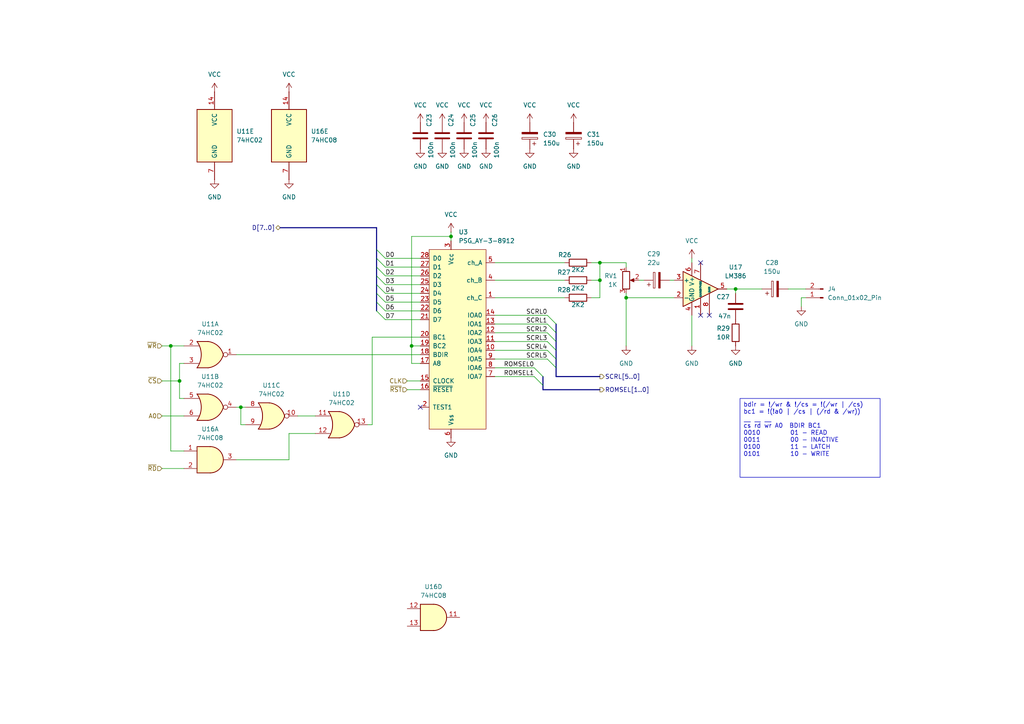
<source format=kicad_sch>
(kicad_sch (version 20231120) (generator "eeschema") (generator_version "8.0")
  (paper "A4")
  (lib_symbols
    (symbol "74xx:74HC02" (pin_names (offset 1.016))
      (property "Reference" "U" (at 0 1.27 0))
      (property "Value" "74HC02" (at 0 -1.27 0))
      (symbol "74HC02_1_1"
        (arc (start -3.81 -3.81) (mid -2.589 0) (end -3.81 3.81) (stroke (width 0.254)))
        (arc (start -0.6096 -3.81) (mid 2.1842 -2.5851) (end 3.81 0) (stroke (width 0.254)) (fill (type background)))
        (polyline (pts (xy -3.81 -3.81) (xy -0.635 -3.81)) (stroke (width 0.254)) (fill (type background)))
        (polyline (pts (xy -3.81 3.81) (xy -0.635 3.81)) (stroke (width 0.254)) (fill (type background)))
        (polyline (pts (xy -0.635 3.81) (xy -3.81 3.81) (xy -3.81 3.81) (xy -3.556 3.4036) (xy -3.0226 2.2606) (xy -2.6924 1.0414) (xy -2.6162 -0.254) (xy -2.7686 -1.4986) (xy -3.175 -2.7178) (xy -3.81 -3.81) (xy -3.81 -3.81) (xy -0.635 -3.81)) (stroke (width -25.4)) (fill (type background)))
        (arc (start 3.81 0) (mid 2.1915 2.5936) (end -0.6096 3.81) (stroke (width 0.254)) (fill (type background)))
        (pin output inverted (at 7.62 0 180) (length 3.81) (name "~") (number "1"))
        (pin input line (at -7.62 2.54 0) (length 4.318) (name "~") (number "2"))
        (pin input line (at -7.62 -2.54 0) (length 4.318) (name "~") (number "3"))
      )
      (symbol "74HC02_1_2"
        (arc (start 0 -3.81) (mid 3.7934 0) (end 0 3.81) (stroke (width 0.254)) (fill (type background)))
        (polyline (pts (xy 0 3.81) (xy -3.81 3.81) (xy -3.81 -3.81) (xy 0 -3.81)) (stroke (width 0.254)) (fill (type background)))
        (pin output line (at 7.62 0 180) (length 3.81) (name "~") (number "1"))
        (pin input inverted (at -7.62 2.54 0) (length 3.81) (name "~") (number "2"))
        (pin input inverted (at -7.62 -2.54 0) (length 3.81) (name "~") (number "3"))
      )
      (symbol "74HC02_2_1"
        (arc (start -3.81 -3.81) (mid -2.589 0) (end -3.81 3.81) (stroke (width 0.254)))
        (arc (start -0.6096 -3.81) (mid 2.1842 -2.5851) (end 3.81 0) (stroke (width 0.254)) (fill (type background)))
        (polyline (pts (xy -3.81 -3.81) (xy -0.635 -3.81)) (stroke (width 0.254)) (fill (type background)))
        (polyline (pts (xy -3.81 3.81) (xy -0.635 3.81)) (stroke (width 0.254)) (fill (type background)))
        (polyline (pts (xy -0.635 3.81) (xy -3.81 3.81) (xy -3.81 3.81) (xy -3.556 3.4036) (xy -3.0226 2.2606) (xy -2.6924 1.0414) (xy -2.6162 -0.254) (xy -2.7686 -1.4986) (xy -3.175 -2.7178) (xy -3.81 -3.81) (xy -3.81 -3.81) (xy -0.635 -3.81)) (stroke (width -25.4)) (fill (type background)))
        (arc (start 3.81 0) (mid 2.1915 2.5936) (end -0.6096 3.81) (stroke (width 0.254)) (fill (type background)))
        (pin output inverted (at 7.62 0 180) (length 3.81) (name "~") (number "4"))
        (pin input line (at -7.62 2.54 0) (length 4.318) (name "~") (number "5"))
        (pin input line (at -7.62 -2.54 0) (length 4.318) (name "~") (number "6"))
      )
      (symbol "74HC02_2_2"
        (arc (start 0 -3.81) (mid 3.7934 0) (end 0 3.81) (stroke (width 0.254)) (fill (type background)))
        (polyline (pts (xy 0 3.81) (xy -3.81 3.81) (xy -3.81 -3.81) (xy 0 -3.81)) (stroke (width 0.254)) (fill (type background)))
        (pin output line (at 7.62 0 180) (length 3.81) (name "~") (number "4"))
        (pin input inverted (at -7.62 2.54 0) (length 3.81) (name "~") (number "5"))
        (pin input inverted (at -7.62 -2.54 0) (length 3.81) (name "~") (number "6"))
      )
      (symbol "74HC02_3_1"
        (arc (start -3.81 -3.81) (mid -2.589 0) (end -3.81 3.81) (stroke (width 0.254)))
        (arc (start -0.6096 -3.81) (mid 2.1842 -2.5851) (end 3.81 0) (stroke (width 0.254)) (fill (type background)))
        (polyline (pts (xy -3.81 -3.81) (xy -0.635 -3.81)) (stroke (width 0.254)) (fill (type background)))
        (polyline (pts (xy -3.81 3.81) (xy -0.635 3.81)) (stroke (width 0.254)) (fill (type background)))
        (polyline (pts (xy -0.635 3.81) (xy -3.81 3.81) (xy -3.81 3.81) (xy -3.556 3.4036) (xy -3.0226 2.2606) (xy -2.6924 1.0414) (xy -2.6162 -0.254) (xy -2.7686 -1.4986) (xy -3.175 -2.7178) (xy -3.81 -3.81) (xy -3.81 -3.81) (xy -0.635 -3.81)) (stroke (width -25.4)) (fill (type background)))
        (arc (start 3.81 0) (mid 2.1915 2.5936) (end -0.6096 3.81) (stroke (width 0.254)) (fill (type background)))
        (pin output inverted (at 7.62 0 180) (length 3.81) (name "~") (number "10"))
        (pin input line (at -7.62 2.54 0) (length 4.318) (name "~") (number "8"))
        (pin input line (at -7.62 -2.54 0) (length 4.318) (name "~") (number "9"))
      )
      (symbol "74HC02_3_2"
        (arc (start 0 -3.81) (mid 3.7934 0) (end 0 3.81) (stroke (width 0.254)) (fill (type background)))
        (polyline (pts (xy 0 3.81) (xy -3.81 3.81) (xy -3.81 -3.81) (xy 0 -3.81)) (stroke (width 0.254)) (fill (type background)))
        (pin output line (at 7.62 0 180) (length 3.81) (name "~") (number "10"))
        (pin input inverted (at -7.62 2.54 0) (length 3.81) (name "~") (number "8"))
        (pin input inverted (at -7.62 -2.54 0) (length 3.81) (name "~") (number "9"))
      )
      (symbol "74HC02_4_1"
        (arc (start -3.81 -3.81) (mid -2.589 0) (end -3.81 3.81) (stroke (width 0.254)))
        (arc (start -0.6096 -3.81) (mid 2.1842 -2.5851) (end 3.81 0) (stroke (width 0.254)) (fill (type background)))
        (polyline (pts (xy -3.81 -3.81) (xy -0.635 -3.81)) (stroke (width 0.254)) (fill (type background)))
        (polyline (pts (xy -3.81 3.81) (xy -0.635 3.81)) (stroke (width 0.254)) (fill (type background)))
        (polyline (pts (xy -0.635 3.81) (xy -3.81 3.81) (xy -3.81 3.81) (xy -3.556 3.4036) (xy -3.0226 2.2606) (xy -2.6924 1.0414) (xy -2.6162 -0.254) (xy -2.7686 -1.4986) (xy -3.175 -2.7178) (xy -3.81 -3.81) (xy -3.81 -3.81) (xy -0.635 -3.81)) (stroke (width -25.4)) (fill (type background)))
        (arc (start 3.81 0) (mid 2.1915 2.5936) (end -0.6096 3.81) (stroke (width 0.254)) (fill (type background)))
        (pin input line (at -7.62 2.54 0) (length 4.318) (name "~") (number "11"))
        (pin input line (at -7.62 -2.54 0) (length 4.318) (name "~") (number "12"))
        (pin output inverted (at 7.62 0 180) (length 3.81) (name "~") (number "13"))
      )
      (symbol "74HC02_4_2"
        (arc (start 0 -3.81) (mid 3.7934 0) (end 0 3.81) (stroke (width 0.254)) (fill (type background)))
        (polyline (pts (xy 0 3.81) (xy -3.81 3.81) (xy -3.81 -3.81) (xy 0 -3.81)) (stroke (width 0.254)) (fill (type background)))
        (pin input inverted (at -7.62 2.54 0) (length 3.81) (name "~") (number "11"))
        (pin input inverted (at -7.62 -2.54 0) (length 3.81) (name "~") (number "12"))
        (pin output line (at 7.62 0 180) (length 3.81) (name "~") (number "13"))
      )
      (symbol "74HC02_5_0"
        (pin power_in line (at 0 12.7 270) (length 5.08) (name "VCC") (number "14"))
        (pin power_in line (at 0 -12.7 90) (length 5.08) (name "GND") (number "7"))
      )
      (symbol "74HC02_5_1"
        (rectangle (start -5.08 7.62) (end 5.08 -7.62) (stroke (width 0.254)) (fill (type background)))
      )
    )
    (symbol "74xx:74LS08" (pin_names (offset 1.016))
      (property "Reference" "U" (at 0 1.27 0))
      (property "Value" "74LS08" (at 0 -1.27 0))
      (symbol "74LS08_1_1"
        (arc (start 0 -3.81) (mid 3.7934 0) (end 0 3.81) (stroke (width 0.254)) (fill (type background)))
        (polyline (pts (xy 0 3.81) (xy -3.81 3.81) (xy -3.81 -3.81) (xy 0 -3.81)) (stroke (width 0.254)) (fill (type background)))
        (pin input line (at -7.62 2.54 0) (length 3.81) (name "~") (number "1"))
        (pin input line (at -7.62 -2.54 0) (length 3.81) (name "~") (number "2"))
        (pin output line (at 7.62 0 180) (length 3.81) (name "~") (number "3"))
      )
      (symbol "74LS08_1_2"
        (arc (start -3.81 -3.81) (mid -2.589 0) (end -3.81 3.81) (stroke (width 0.254)))
        (arc (start -0.6096 -3.81) (mid 2.1842 -2.5851) (end 3.81 0) (stroke (width 0.254)) (fill (type background)))
        (polyline (pts (xy -3.81 -3.81) (xy -0.635 -3.81)) (stroke (width 0.254)) (fill (type background)))
        (polyline (pts (xy -3.81 3.81) (xy -0.635 3.81)) (stroke (width 0.254)) (fill (type background)))
        (polyline (pts (xy -0.635 3.81) (xy -3.81 3.81) (xy -3.81 3.81) (xy -3.556 3.4036) (xy -3.0226 2.2606) (xy -2.6924 1.0414) (xy -2.6162 -0.254) (xy -2.7686 -1.4986) (xy -3.175 -2.7178) (xy -3.81 -3.81) (xy -3.81 -3.81) (xy -0.635 -3.81)) (stroke (width -25.4)) (fill (type background)))
        (arc (start 3.81 0) (mid 2.1915 2.5936) (end -0.6096 3.81) (stroke (width 0.254)) (fill (type background)))
        (pin input inverted (at -7.62 2.54 0) (length 4.318) (name "~") (number "1"))
        (pin input inverted (at -7.62 -2.54 0) (length 4.318) (name "~") (number "2"))
        (pin output inverted (at 7.62 0 180) (length 3.81) (name "~") (number "3"))
      )
      (symbol "74LS08_2_1"
        (arc (start 0 -3.81) (mid 3.7934 0) (end 0 3.81) (stroke (width 0.254)) (fill (type background)))
        (polyline (pts (xy 0 3.81) (xy -3.81 3.81) (xy -3.81 -3.81) (xy 0 -3.81)) (stroke (width 0.254)) (fill (type background)))
        (pin input line (at -7.62 2.54 0) (length 3.81) (name "~") (number "4"))
        (pin input line (at -7.62 -2.54 0) (length 3.81) (name "~") (number "5"))
        (pin output line (at 7.62 0 180) (length 3.81) (name "~") (number "6"))
      )
      (symbol "74LS08_2_2"
        (arc (start -3.81 -3.81) (mid -2.589 0) (end -3.81 3.81) (stroke (width 0.254)))
        (arc (start -0.6096 -3.81) (mid 2.1842 -2.5851) (end 3.81 0) (stroke (width 0.254)) (fill (type background)))
        (polyline (pts (xy -3.81 -3.81) (xy -0.635 -3.81)) (stroke (width 0.254)) (fill (type background)))
        (polyline (pts (xy -3.81 3.81) (xy -0.635 3.81)) (stroke (width 0.254)) (fill (type background)))
        (polyline (pts (xy -0.635 3.81) (xy -3.81 3.81) (xy -3.81 3.81) (xy -3.556 3.4036) (xy -3.0226 2.2606) (xy -2.6924 1.0414) (xy -2.6162 -0.254) (xy -2.7686 -1.4986) (xy -3.175 -2.7178) (xy -3.81 -3.81) (xy -3.81 -3.81) (xy -0.635 -3.81)) (stroke (width -25.4)) (fill (type background)))
        (arc (start 3.81 0) (mid 2.1915 2.5936) (end -0.6096 3.81) (stroke (width 0.254)) (fill (type background)))
        (pin input inverted (at -7.62 2.54 0) (length 4.318) (name "~") (number "4"))
        (pin input inverted (at -7.62 -2.54 0) (length 4.318) (name "~") (number "5"))
        (pin output inverted (at 7.62 0 180) (length 3.81) (name "~") (number "6"))
      )
      (symbol "74LS08_3_1"
        (arc (start 0 -3.81) (mid 3.7934 0) (end 0 3.81) (stroke (width 0.254)) (fill (type background)))
        (polyline (pts (xy 0 3.81) (xy -3.81 3.81) (xy -3.81 -3.81) (xy 0 -3.81)) (stroke (width 0.254)) (fill (type background)))
        (pin input line (at -7.62 -2.54 0) (length 3.81) (name "~") (number "10"))
        (pin output line (at 7.62 0 180) (length 3.81) (name "~") (number "8"))
        (pin input line (at -7.62 2.54 0) (length 3.81) (name "~") (number "9"))
      )
      (symbol "74LS08_3_2"
        (arc (start -3.81 -3.81) (mid -2.589 0) (end -3.81 3.81) (stroke (width 0.254)))
        (arc (start -0.6096 -3.81) (mid 2.1842 -2.5851) (end 3.81 0) (stroke (width 0.254)) (fill (type background)))
        (polyline (pts (xy -3.81 -3.81) (xy -0.635 -3.81)) (stroke (width 0.254)) (fill (type background)))
        (polyline (pts (xy -3.81 3.81) (xy -0.635 3.81)) (stroke (width 0.254)) (fill (type background)))
        (polyline (pts (xy -0.635 3.81) (xy -3.81 3.81) (xy -3.81 3.81) (xy -3.556 3.4036) (xy -3.0226 2.2606) (xy -2.6924 1.0414) (xy -2.6162 -0.254) (xy -2.7686 -1.4986) (xy -3.175 -2.7178) (xy -3.81 -3.81) (xy -3.81 -3.81) (xy -0.635 -3.81)) (stroke (width -25.4)) (fill (type background)))
        (arc (start 3.81 0) (mid 2.1915 2.5936) (end -0.6096 3.81) (stroke (width 0.254)) (fill (type background)))
        (pin input inverted (at -7.62 -2.54 0) (length 4.318) (name "~") (number "10"))
        (pin output inverted (at 7.62 0 180) (length 3.81) (name "~") (number "8"))
        (pin input inverted (at -7.62 2.54 0) (length 4.318) (name "~") (number "9"))
      )
      (symbol "74LS08_4_1"
        (arc (start 0 -3.81) (mid 3.7934 0) (end 0 3.81) (stroke (width 0.254)) (fill (type background)))
        (polyline (pts (xy 0 3.81) (xy -3.81 3.81) (xy -3.81 -3.81) (xy 0 -3.81)) (stroke (width 0.254)) (fill (type background)))
        (pin output line (at 7.62 0 180) (length 3.81) (name "~") (number "11"))
        (pin input line (at -7.62 2.54 0) (length 3.81) (name "~") (number "12"))
        (pin input line (at -7.62 -2.54 0) (length 3.81) (name "~") (number "13"))
      )
      (symbol "74LS08_4_2"
        (arc (start -3.81 -3.81) (mid -2.589 0) (end -3.81 3.81) (stroke (width 0.254)))
        (arc (start -0.6096 -3.81) (mid 2.1842 -2.5851) (end 3.81 0) (stroke (width 0.254)) (fill (type background)))
        (polyline (pts (xy -3.81 -3.81) (xy -0.635 -3.81)) (stroke (width 0.254)) (fill (type background)))
        (polyline (pts (xy -3.81 3.81) (xy -0.635 3.81)) (stroke (width 0.254)) (fill (type background)))
        (polyline (pts (xy -0.635 3.81) (xy -3.81 3.81) (xy -3.81 3.81) (xy -3.556 3.4036) (xy -3.0226 2.2606) (xy -2.6924 1.0414) (xy -2.6162 -0.254) (xy -2.7686 -1.4986) (xy -3.175 -2.7178) (xy -3.81 -3.81) (xy -3.81 -3.81) (xy -0.635 -3.81)) (stroke (width -25.4)) (fill (type background)))
        (arc (start 3.81 0) (mid 2.1915 2.5936) (end -0.6096 3.81) (stroke (width 0.254)) (fill (type background)))
        (pin output inverted (at 7.62 0 180) (length 3.81) (name "~") (number "11"))
        (pin input inverted (at -7.62 2.54 0) (length 4.318) (name "~") (number "12"))
        (pin input inverted (at -7.62 -2.54 0) (length 4.318) (name "~") (number "13"))
      )
      (symbol "74LS08_5_0"
        (pin power_in line (at 0 12.7 270) (length 5.08) (name "VCC") (number "14"))
        (pin power_in line (at 0 -12.7 90) (length 5.08) (name "GND") (number "7"))
      )
      (symbol "74LS08_5_1"
        (rectangle (start -5.08 7.62) (end 5.08 -7.62) (stroke (width 0.254)) (fill (type background)))
      )
    )
    (symbol "8bits:PSG_AY-3-8912" (pin_names (offset 1.016))
      (property "Reference" "U" (at -7.62 27.94 0))
      (property "Value" "PSG_AY-3-8912" (at 6.35 -27.94 0))
      (symbol "PSG_AY-3-8912_0_1"
        (rectangle (start -8.89 26.67) (end 7.62 -25.4) (fill (type background)))
      )
      (symbol "PSG_AY-3-8912_1_1"
        (pin output line (at 10.16 12.7 180) (length 2.54) (name "ch_C") (number "1"))
        (pin bidirectional line (at 10.16 -2.54 180) (length 2.54) (name "IOA4") (number "10"))
        (pin bidirectional line (at 10.16 0 180) (length 2.54) (name "IOA3") (number "11"))
        (pin bidirectional line (at 10.16 2.54 180) (length 2.54) (name "IOA2") (number "12"))
        (pin bidirectional line (at 10.16 5.08 180) (length 2.54) (name "IOA1") (number "13"))
        (pin bidirectional line (at 10.16 7.62 180) (length 2.54) (name "IOA0") (number "14"))
        (pin input line (at -11.43 -11.43 0) (length 2.54) (name "CLOCK") (number "15"))
        (pin input line (at -11.43 -13.97 0) (length 2.54) (name "~{RESET}") (number "16"))
        (pin input line (at -11.43 -6.35 0) (length 2.54) (name "A8") (number "17"))
        (pin input line (at -11.43 -3.81 0) (length 2.54) (name "BDIR") (number "18"))
        (pin input line (at -11.43 -1.27 0) (length 2.54) (name "BC2") (number "19"))
        (pin input line (at -11.43 -19.05 0) (length 2.54) (name "TEST1") (number "2"))
        (pin input line (at -11.43 1.27 0) (length 2.54) (name "BC1") (number "20"))
        (pin bidirectional line (at -11.43 6.35 0) (length 2.54) (name "D7") (number "21"))
        (pin bidirectional line (at -11.43 8.89 0) (length 2.54) (name "D6") (number "22"))
        (pin bidirectional line (at -11.43 11.43 0) (length 2.54) (name "D5") (number "23"))
        (pin bidirectional line (at -11.43 13.97 0) (length 2.54) (name "D4") (number "24"))
        (pin bidirectional line (at -11.43 16.51 0) (length 2.54) (name "D3") (number "25"))
        (pin bidirectional line (at -11.43 19.05 0) (length 2.54) (name "D2") (number "26"))
        (pin bidirectional line (at -11.43 21.59 0) (length 2.54) (name "D1") (number "27"))
        (pin bidirectional line (at -11.43 24.13 0) (length 2.54) (name "D0") (number "28"))
        (pin power_in line (at -2.54 29.21 270) (length 2.54) (name "Vcc") (number "3"))
        (pin output line (at 10.16 17.78 180) (length 2.54) (name "ch_B") (number "4"))
        (pin output line (at 10.16 22.86 180) (length 2.54) (name "ch_A") (number "5"))
        (pin power_in line (at -2.54 -27.94 90) (length 2.54) (name "Vss") (number "6"))
        (pin bidirectional line (at 10.16 -10.16 180) (length 2.54) (name "IOA7") (number "7"))
        (pin bidirectional line (at 10.16 -7.62 180) (length 2.54) (name "IOA6") (number "8"))
        (pin bidirectional line (at 10.16 -5.08 180) (length 2.54) (name "IOA5") (number "9"))
      )
    )
    (symbol "Amplifier_Audio:LM386" (pin_names (offset 0.127))
      (property "Reference" "U" (at 1.27 7.62 0))
      (property "Value" "LM386" (at 1.27 5.08 0))
      (symbol "LM386_0_1"
        (polyline (pts (xy 5.08 0) (xy -5.08 5.08) (xy -5.08 -5.08) (xy 5.08 0)) (stroke (width 0.254)) (fill (type background)))
      )
      (symbol "LM386_1_1"
        (pin input line (at 0 -7.62 90) (length 5.08) (name "GAIN") (number "1"))
        (pin input line (at -7.62 -2.54 0) (length 2.54) (name "-") (number "2"))
        (pin input line (at -7.62 2.54 0) (length 2.54) (name "+") (number "3"))
        (pin power_in line (at -2.54 -7.62 90) (length 3.81) (name "GND") (number "4"))
        (pin output line (at 7.62 0 180) (length 2.54) (name "~") (number "5"))
        (pin power_in line (at -2.54 7.62 270) (length 3.81) (name "V+") (number "6"))
        (pin input line (at 0 7.62 270) (length 5.08) (name "BYPASS") (number "7"))
        (pin input line (at 2.54 -7.62 90) (length 6.35) (name "GAIN") (number "8"))
      )
    )
    (symbol "Connector:Conn_01x02_Pin" (pin_names (offset 1.016) hide)
      (property "Reference" "J" (at 0 2.54 0))
      (property "Value" "Conn_01x02_Pin" (at 0 -5.08 0))
      (symbol "Conn_01x02_Pin_1_1"
        (polyline (pts (xy 1.27 -2.54) (xy 0.8636 -2.54)) (stroke (width 0.1524)))
        (polyline (pts (xy 1.27 0) (xy 0.8636 0)) (stroke (width 0.1524)))
        (rectangle (start 0.8636 -2.413) (end 0 -2.667) (stroke (width 0.1524)) (fill (type outline)))
        (rectangle (start 0.8636 0.127) (end 0 -0.127) (stroke (width 0.1524)) (fill (type outline)))
        (pin passive line (at 5.08 0 180) (length 3.81) (name "Pin_1") (number "1"))
        (pin passive line (at 5.08 -2.54 180) (length 3.81) (name "Pin_2") (number "2"))
      )
    )
    (symbol "Device:C" (pin_numbers hide) (pin_names (offset 0.254))
      (property "Reference" "C" (at 0.635 2.54 0))
      (property "Value" "C" (at 0.635 -2.54 0))
      (symbol "C_0_1"
        (polyline (pts (xy -2.032 -0.762) (xy 2.032 -0.762)) (stroke (width 0.508)))
        (polyline (pts (xy -2.032 0.762) (xy 2.032 0.762)) (stroke (width 0.508)))
      )
      (symbol "C_1_1"
        (pin passive line (at 0 3.81 270) (length 2.794) (name "~") (number "1"))
        (pin passive line (at 0 -3.81 90) (length 2.794) (name "~") (number "2"))
      )
    )
    (symbol "Device:C_Polarized" (pin_numbers hide) (pin_names (offset 0.254))
      (property "Reference" "C" (at 0.635 2.54 0))
      (property "Value" "C_Polarized" (at 0.635 -2.54 0))
      (symbol "C_Polarized_0_1"
        (rectangle (start -2.286 0.508) (end 2.286 1.016))
        (polyline (pts (xy -1.778 2.286) (xy -0.762 2.286)))
        (polyline (pts (xy -1.27 2.794) (xy -1.27 1.778)))
        (rectangle (start 2.286 -0.508) (end -2.286 -1.016) (fill (type outline)))
      )
      (symbol "C_Polarized_1_1"
        (pin passive line (at 0 3.81 270) (length 2.794) (name "~") (number "1"))
        (pin passive line (at 0 -3.81 90) (length 2.794) (name "~") (number "2"))
      )
    )
    (symbol "Device:R" (pin_numbers hide) (pin_names (offset 0))
      (property "Reference" "R" (at 2.032 0 90))
      (property "Value" "R" (at 0 0 90))
      (symbol "R_0_1"
        (rectangle (start -1.016 -2.54) (end 1.016 2.54) (stroke (width 0.254)))
      )
      (symbol "R_1_1"
        (pin passive line (at 0 3.81 270) (length 1.27) (name "~") (number "1"))
        (pin passive line (at 0 -3.81 90) (length 1.27) (name "~") (number "2"))
      )
    )
    (symbol "Device:R_Potentiometer" (pin_names (offset 1.016) hide)
      (property "Reference" "RV" (at -4.445 0 90))
      (property "Value" "R_Potentiometer" (at -2.54 0 90))
      (symbol "R_Potentiometer_0_1"
        (polyline (pts (xy 2.54 0) (xy 1.524 0)))
        (polyline (pts (xy 1.143 0) (xy 2.286 0.508) (xy 2.286 -0.508) (xy 1.143 0)) (fill (type outline)))
        (rectangle (start 1.016 2.54) (end -1.016 -2.54) (stroke (width 0.254)))
      )
      (symbol "R_Potentiometer_1_1"
        (pin passive line (at 0 3.81 270) (length 1.27) (name "1") (number "1"))
        (pin passive line (at 3.81 0 180) (length 1.27) (name "2") (number "2"))
        (pin passive line (at 0 -3.81 90) (length 1.27) (name "3") (number "3"))
      )
    )
    (symbol "power:GND" (power) (pin_numbers hide) (pin_names (offset 0) hide)
      (property "Value" "GND" (at 0 -3.81 0))
      (symbol "GND_0_1"
        (polyline (pts (xy 0 0) (xy 0 -1.27) (xy 1.27 -1.27) (xy 0 -2.54) (xy -1.27 -1.27) (xy 0 -1.27)))
      )
      (symbol "GND_1_1"
        (pin power_in line (at 0 0 270) (length 0) (name "~") (number "1"))
      )
    )
    (symbol "power:VCC" (power) (pin_numbers hide) (pin_names (offset 0) hide)
      (property "Value" "VCC" (at 0 3.556 0))
      (symbol "VCC_0_1"
        (polyline (pts (xy -0.762 1.27) (xy 0 2.54)))
        (polyline (pts (xy 0 0) (xy 0 2.54)))
        (polyline (pts (xy 0 2.54) (xy 0.762 1.27)))
      )
      (symbol "VCC_1_1"
        (pin power_in line (at 0 0 90) (length 0) (name "~") (number "1"))
      )
    )
  )
  (junction (at 181.61 86.36))
  (junction (at 119.38 100.33))
  (junction (at 173.99 81.28))
  (junction (at 173.99 76.2))
  (junction (at 52.07 110.49))
  (junction (at 130.81 68.58))
  (junction (at 213.36 83.82))
  (junction (at 49.53 100.33))
  (junction (at 69.85 118.11))
  (no_connect (at 205.74 91.44))
  (no_connect (at 203.2 91.44))
  (no_connect (at 203.2 76.2))
  (no_connect (at 121.92 118.11))
  (bus_entry (at 157.48 109.22) (size -2.54 -2.54))
  (bus_entry (at 109.22 85.09) (size 2.54 2.54))
  (bus_entry (at 109.22 90.17) (size 2.54 2.54))
  (bus_entry (at 161.29 93.98) (size -2.54 -2.54))
  (bus_entry (at 109.22 77.47) (size 2.54 2.54))
  (bus_entry (at 161.29 101.6) (size -2.54 -2.54))
  (bus_entry (at 109.22 74.93) (size 2.54 2.54))
  (bus_entry (at 109.22 82.55) (size 2.54 2.54))
  (bus_entry (at 109.22 80.01) (size 2.54 2.54))
  (bus_entry (at 109.22 72.39) (size 2.54 2.54))
  (bus_entry (at 161.29 96.52) (size -2.54 -2.54))
  (bus_entry (at 161.29 106.68) (size -2.54 -2.54))
  (bus_entry (at 161.29 104.14) (size -2.54 -2.54))
  (bus_entry (at 161.29 99.06) (size -2.54 -2.54))
  (bus_entry (at 109.22 87.63) (size 2.54 2.54))
  (bus_entry (at 157.48 111.76) (size -2.54 -2.54))
  (wire (pts (xy 119.38 100.33) (xy 121.92 100.33)))
  (bus (pts (xy 109.22 72.39) (xy 109.22 74.93)))
  (wire (pts (xy 107.95 97.79) (xy 121.92 97.79)))
  (wire (pts (xy 213.36 83.82) (xy 220.98 83.82)))
  (bus (pts (xy 109.22 74.93) (xy 109.22 77.47)))
  (wire (pts (xy 46.99 100.33) (xy 49.53 100.33)))
  (wire (pts (xy 52.07 110.49) (xy 52.07 115.57)))
  (wire (pts (xy 111.76 74.93) (xy 121.92 74.93)))
  (wire (pts (xy 69.85 123.19) (xy 69.85 118.11)))
  (wire (pts (xy 143.51 91.44) (xy 158.75 91.44)))
  (bus (pts (xy 109.22 80.01) (xy 109.22 82.55)))
  (wire (pts (xy 52.07 105.41) (xy 53.34 105.41)))
  (bus (pts (xy 109.22 87.63) (xy 109.22 90.17)))
  (wire (pts (xy 68.58 133.35) (xy 83.82 133.35)))
  (wire (pts (xy 181.61 86.36) (xy 181.61 100.33)))
  (wire (pts (xy 119.38 105.41) (xy 119.38 100.33)))
  (bus (pts (xy 161.29 106.68) (xy 161.29 109.22)))
  (wire (pts (xy 46.99 120.65) (xy 53.34 120.65)))
  (wire (pts (xy 232.41 88.9) (xy 232.41 86.36)))
  (wire (pts (xy 143.51 99.06) (xy 158.75 99.06)))
  (bus (pts (xy 157.48 111.76) (xy 157.48 113.03)))
  (bus (pts (xy 161.29 99.06) (xy 161.29 101.6)))
  (wire (pts (xy 210.82 83.82) (xy 213.36 83.82)))
  (wire (pts (xy 143.51 93.98) (xy 158.75 93.98)))
  (wire (pts (xy 143.51 106.68) (xy 154.94 106.68)))
  (wire (pts (xy 46.99 110.49) (xy 52.07 110.49)))
  (bus (pts (xy 109.22 85.09) (xy 109.22 87.63)))
  (bus (pts (xy 157.48 113.03) (xy 173.99 113.03)))
  (wire (pts (xy 46.99 135.89) (xy 53.34 135.89)))
  (wire (pts (xy 143.51 86.36) (xy 163.83 86.36)))
  (wire (pts (xy 213.36 83.82) (xy 213.36 85.09)))
  (wire (pts (xy 173.99 76.2) (xy 171.45 76.2)))
  (bus (pts (xy 161.29 109.22) (xy 173.99 109.22)))
  (bus (pts (xy 157.48 109.22) (xy 157.48 111.76)))
  (wire (pts (xy 111.76 77.47) (xy 121.92 77.47)))
  (wire (pts (xy 68.58 102.87) (xy 121.92 102.87)))
  (wire (pts (xy 111.76 90.17) (xy 121.92 90.17)))
  (wire (pts (xy 107.95 123.19) (xy 107.95 97.79)))
  (bus (pts (xy 109.22 77.47) (xy 109.22 80.01)))
  (wire (pts (xy 111.76 92.71) (xy 121.92 92.71)))
  (wire (pts (xy 143.51 104.14) (xy 158.75 104.14)))
  (wire (pts (xy 71.12 123.19) (xy 69.85 123.19)))
  (wire (pts (xy 173.99 76.2) (xy 181.61 76.2)))
  (wire (pts (xy 200.66 74.93) (xy 200.66 76.2)))
  (wire (pts (xy 194.31 81.28) (xy 195.58 81.28)))
  (wire (pts (xy 68.58 118.11) (xy 69.85 118.11)))
  (wire (pts (xy 111.76 82.55) (xy 121.92 82.55)))
  (wire (pts (xy 232.41 86.36) (xy 233.68 86.36)))
  (wire (pts (xy 173.99 86.36) (xy 171.45 86.36)))
  (wire (pts (xy 181.61 86.36) (xy 195.58 86.36)))
  (wire (pts (xy 143.51 76.2) (xy 163.83 76.2)))
  (wire (pts (xy 52.07 115.57) (xy 53.34 115.57)))
  (wire (pts (xy 49.53 100.33) (xy 49.53 130.81)))
  (bus (pts (xy 81.28 66.04) (xy 109.22 66.04)))
  (wire (pts (xy 181.61 76.2) (xy 181.61 77.47)))
  (bus (pts (xy 161.29 96.52) (xy 161.29 99.06)))
  (wire (pts (xy 143.51 96.52) (xy 158.75 96.52)))
  (wire (pts (xy 173.99 81.28) (xy 173.99 76.2)))
  (bus (pts (xy 161.29 93.98) (xy 161.29 96.52)))
  (wire (pts (xy 111.76 87.63) (xy 121.92 87.63)))
  (wire (pts (xy 143.51 101.6) (xy 158.75 101.6)))
  (wire (pts (xy 185.42 81.28) (xy 186.69 81.28)))
  (bus (pts (xy 109.22 82.55) (xy 109.22 85.09)))
  (bus (pts (xy 161.29 104.14) (xy 161.29 106.68)))
  (wire (pts (xy 52.07 110.49) (xy 52.07 105.41)))
  (wire (pts (xy 49.53 130.81) (xy 53.34 130.81)))
  (wire (pts (xy 118.11 113.03) (xy 121.92 113.03)))
  (wire (pts (xy 173.99 81.28) (xy 171.45 81.28)))
  (wire (pts (xy 228.6 83.82) (xy 233.68 83.82)))
  (wire (pts (xy 49.53 100.33) (xy 53.34 100.33)))
  (wire (pts (xy 118.11 110.49) (xy 121.92 110.49)))
  (wire (pts (xy 200.66 91.44) (xy 200.66 100.33)))
  (wire (pts (xy 121.92 105.41) (xy 119.38 105.41)))
  (wire (pts (xy 86.36 120.65) (xy 91.44 120.65)))
  (wire (pts (xy 83.82 133.35) (xy 83.82 125.73)))
  (bus (pts (xy 109.22 66.04) (xy 109.22 72.39)))
  (wire (pts (xy 69.85 118.11) (xy 71.12 118.11)))
  (wire (pts (xy 83.82 125.73) (xy 91.44 125.73)))
  (wire (pts (xy 173.99 86.36) (xy 173.99 81.28)))
  (wire (pts (xy 106.68 123.19) (xy 107.95 123.19)))
  (wire (pts (xy 130.81 68.58) (xy 119.38 68.58)))
  (wire (pts (xy 111.76 80.01) (xy 121.92 80.01)))
  (wire (pts (xy 143.51 81.28) (xy 163.83 81.28)))
  (wire (pts (xy 111.76 85.09) (xy 121.92 85.09)))
  (bus (pts (xy 161.29 101.6) (xy 161.29 104.14)))
  (wire (pts (xy 181.61 86.36) (xy 181.61 85.09)))
  (wire (pts (xy 130.81 68.58) (xy 130.81 69.85)))
  (wire (pts (xy 130.81 67.31) (xy 130.81 68.58)))
  (wire (pts (xy 119.38 68.58) (xy 119.38 100.33)))
  (wire (pts (xy 143.51 109.22) (xy 154.94 109.22)))
  (text_box "bdir = !/wr & !/cs = !(/wr | /cs)\nbc1 = !(!a0 | /cs | (/rd & /wr))\n\n~{cs} ~{rd} ~{wr} A0  BDIR BC1\n0010         01 - READ\n0011         00 - INACTIVE\n0100         11 - LATCH\n0101         10 - WRITE" (at 214.63 115.57 0) (size 40.64 22.86) (effects (font (size 1.27 1.27)) (justify left top)))
  (label "SCRL3" (at 158.75 99.06 180))
  (label "SCRL2" (at 158.75 96.52 180))
  (label "D1" (at 111.76 77.47 0))
  (label "D6" (at 111.76 90.17 0))
  (label "ROMSEL0" (at 154.94 106.68 180))
  (label "SCRL0" (at 158.75 91.44 180))
  (label "SCRL5" (at 158.75 104.14 180))
  (label "ROMSEL1" (at 154.94 109.22 180))
  (label "SCRL1" (at 158.75 93.98 180))
  (label "D5" (at 111.76 87.63 0))
  (label "D7" (at 111.76 92.71 0))
  (label "SCRL4" (at 158.75 101.6 180))
  (label "D4" (at 111.76 85.09 0))
  (label "D2" (at 111.76 80.01 0))
  (label "D3" (at 111.76 82.55 0))
  (label "D0" (at 111.76 74.93 0))
  (hierarchical_label "D[7..0]" (shape bidirectional) (at 81.28 66.04 180))
  (hierarchical_label "~{RD}" (shape input) (at 46.99 135.89 180))
  (hierarchical_label "~{WR}" (shape input) (at 46.99 100.33 180))
  (hierarchical_label "ROMSEL[1..0]" (shape output) (at 173.99 113.03 0))
  (hierarchical_label "A0" (shape input) (at 46.99 120.65 180))
  (hierarchical_label "CLK" (shape input) (at 118.11 110.49 180))
  (hierarchical_label "~{CS}" (shape input) (at 46.99 110.49 180))
  (hierarchical_label "SCRL[5..0]" (shape output) (at 173.99 109.22 0))
  (hierarchical_label "~{RST}" (shape input) (at 118.11 113.03 180))
  (symbol (lib_id "Device:C") (at 128.27 39.37 0) (unit 1)
    (property "Reference" "C24" (at 130.81 36.83 90) (effects (justify left)))
    (property "Value" "100n" (at 131.318 45.974 90) (effects (justify left)))
    (property "Footprint" "Capacitor_THT:C_Disc_D5.0mm_W2.5mm_P2.50mm" (effects (hide yes)))
    (property "Description" "Unpolarized capacitor" (effects (hide yes)))
  )
  (symbol (lib_id "Device:C_Polarized") (at 153.67 39.37 180) (unit 1)
    (property "Reference" "C30" (at 157.48 38.9889 0) (effects (justify right)))
    (property "Value" "150u" (at 157.48 41.5289 0) (effects (justify right)))
    (property "Description" "Polarized capacitor" (effects (hide yes)))
  )
  (symbol (lib_id "Device:C_Polarized") (at 166.37 39.37 180) (unit 1)
    (property "Reference" "C31" (at 170.18 38.9889 0) (effects (justify right)))
    (property "Value" "150u" (at 170.18 41.5289 0) (effects (justify right)))
    (property "Description" "Polarized capacitor" (effects (hide yes)))
  )
  (symbol (lib_id "power:VCC") (at 62.23 26.67 0) (unit 1)
    (property "Reference" "#PWR084" (effects (hide yes)))
    (property "Value" "VCC" (at 62.23 21.59 0))
    (property "Description" "Power symbol creates a global label with name \"VCC\"" (effects (hide yes)))
  )
  (symbol (lib_id "power:GND") (at 121.92 43.18 0) (unit 1)
    (property "Reference" "#PWR089" (effects (hide yes)))
    (property "Value" "GND" (at 121.92 48.26 0))
    (property "Description" "Power symbol creates a global label with name \"GND\" , ground" (effects (hide yes)))
  )
  (symbol (lib_id "Device:R_Potentiometer") (at 181.61 81.28 0) (unit 1)
    (property "Reference" "RV1" (at 179.07 80.0099 0) (effects (justify right)))
    (property "Value" "1K" (at 179.07 82.5499 0) (effects (justify right)))
    (property "Description" "Potentiometer" (effects (hide yes)))
  )
  (symbol (lib_id "power:GND") (at 232.41 88.9 0) (unit 1)
    (property "Reference" "#PWR0100" (effects (hide yes)))
    (property "Value" "GND" (at 232.41 93.98 0))
    (property "Description" "Power symbol creates a global label with name \"GND\" , ground" (effects (hide yes)))
  )
  (symbol (lib_id "Device:C") (at 121.92 39.37 0) (unit 1)
    (property "Reference" "C23" (at 124.46 36.83 90) (effects (justify left)))
    (property "Value" "100n" (at 124.968 45.974 90) (effects (justify left)))
    (property "Footprint" "Capacitor_THT:C_Disc_D5.0mm_W2.5mm_P2.50mm" (effects (hide yes)))
    (property "Description" "Unpolarized capacitor" (effects (hide yes)))
  )
  (symbol (lib_id "power:GND") (at 134.62 43.18 0) (unit 1)
    (property "Reference" "#PWR093" (effects (hide yes)))
    (property "Value" "GND" (at 134.62 48.26 0))
    (property "Description" "Power symbol creates a global label with name \"GND\" , ground" (effects (hide yes)))
  )
  (symbol (lib_id "Device:R") (at 167.64 81.28 90) (unit 1)
    (property "Reference" "R27" (at 163.576 78.994 90))
    (property "Value" "2K2" (at 167.64 83.566 90))
    (property "Footprint" "Resistor_THT:R_Axial_DIN0207_L6.3mm_D2.5mm_P7.62mm_Horizontal" (effects (hide yes)))
    (property "Description" "Resistor" (effects (hide yes)))
  )
  (symbol (lib_id "74xx:74LS08") (at 60.96 133.35 0) (unit 1)
    (property "Reference" "U16" (at 60.9517 124.46 0))
    (property "Value" "74HC08" (at 60.9517 127 0))
    (property "Footprint" "Package_DIP:DIP-14_W7.62mm" (effects (hide yes)))
    (property "Datasheet" "http://www.ti.com/lit/gpn/sn74LS08" (effects (hide yes)))
    (property "Description" "Quad And2" (effects (hide yes)))
  )
  (symbol (lib_id "power:GND") (at 166.37 43.18 0) (unit 1)
    (property "Reference" "#PWR0104" (effects (hide yes)))
    (property "Value" "GND" (at 166.37 48.26 0))
    (property "Description" "Power symbol creates a global label with name \"GND\" , ground" (effects (hide yes)))
  )
  (symbol (lib_id "power:VCC") (at 130.81 67.31 0) (unit 1)
    (property "Reference" "#PWR081" (effects (hide yes)))
    (property "Value" "VCC" (at 130.81 62.23 0))
    (property "Description" "Power symbol creates a global label with name \"VCC\"" (effects (hide yes)))
  )
  (symbol (lib_id "Connector:Conn_01x02_Pin") (at 238.76 86.36 180) (unit 1)
    (property "Reference" "J4" (at 240.03 83.8199 0) (effects (justify right)))
    (property "Value" "Conn_01x02_Pin" (at 240.03 86.3599 0) (effects (justify right)))
    (property "Footprint" "Connector_PinHeader_1.00mm:PinHeader_1x02_P1.00mm_Vertical" (effects (hide yes)))
    (property "Description" "Generic connector, single row, 01x02, script generated" (effects (hide yes)))
  )
  (symbol (lib_id "Device:R") (at 167.64 76.2 90) (unit 1)
    (property "Reference" "R26" (at 163.83 73.914 90))
    (property "Value" "2K2" (at 167.64 78.232 90))
    (property "Footprint" "Resistor_THT:R_Axial_DIN0207_L6.3mm_D2.5mm_P7.62mm_Horizontal" (effects (hide yes)))
    (property "Description" "Resistor" (effects (hide yes)))
  )
  (symbol (lib_id "power:GND") (at 140.97 43.18 0) (unit 1)
    (property "Reference" "#PWR095" (effects (hide yes)))
    (property "Value" "GND" (at 140.97 48.26 0))
    (property "Description" "Power symbol creates a global label with name \"GND\" , ground" (effects (hide yes)))
  )
  (symbol (lib_id "Device:C") (at 134.62 39.37 0) (unit 1)
    (property "Reference" "C25" (at 137.16 36.83 90) (effects (justify left)))
    (property "Value" "100n" (at 137.668 45.974 90) (effects (justify left)))
    (property "Footprint" "Capacitor_THT:C_Disc_D5.0mm_W2.5mm_P2.50mm" (effects (hide yes)))
    (property "Description" "Unpolarized capacitor" (effects (hide yes)))
  )
  (symbol (lib_id "power:GND") (at 181.61 100.33 0) (unit 1)
    (property "Reference" "#PWR096" (effects (hide yes)))
    (property "Value" "GND" (at 181.61 105.41 0))
    (property "Description" "Power symbol creates a global label with name \"GND\" , ground" (effects (hide yes)))
  )
  (symbol (lib_id "power:VCC") (at 128.27 35.56 0) (unit 1)
    (property "Reference" "#PWR090" (effects (hide yes)))
    (property "Value" "VCC" (at 128.27 30.48 0))
    (property "Description" "Power symbol creates a global label with name \"VCC\"" (effects (hide yes)))
  )
  (symbol (lib_id "power:VCC") (at 83.82 26.67 0) (unit 1)
    (property "Reference" "#PWR085" (effects (hide yes)))
    (property "Value" "VCC" (at 83.82 21.59 0))
    (property "Description" "Power symbol creates a global label with name \"VCC\"" (effects (hide yes)))
  )
  (symbol (lib_id "Device:R") (at 213.36 96.52 180) (unit 1)
    (property "Reference" "R29" (at 209.804 95.25 0))
    (property "Value" "10R" (at 209.804 97.79 0))
    (property "Footprint" "Resistor_THT:R_Axial_DIN0207_L6.3mm_D2.5mm_P7.62mm_Horizontal" (effects (hide yes)))
    (property "Description" "Resistor" (effects (hide yes)))
  )
  (symbol (lib_id "74xx:74HC02") (at 60.96 102.87 0) (unit 1)
    (property "Reference" "U11" (at 60.96 93.98 0))
    (property "Value" "74HC02" (at 60.96 96.52 0))
    (property "Footprint" "Package_DIP:DIP-14_W7.62mm" (effects (hide yes)))
    (property "Datasheet" "http://www.ti.com/lit/gpn/sn74hc02" (effects (hide yes)))
    (property "Description" "quad 2-input NOR gate" (effects (hide yes)))
  )
  (symbol (lib_id "power:GND") (at 200.66 100.33 0) (unit 1)
    (property "Reference" "#PWR097" (effects (hide yes)))
    (property "Value" "GND" (at 200.66 105.41 0))
    (property "Description" "Power symbol creates a global label with name \"GND\" , ground" (effects (hide yes)))
  )
  (symbol (lib_id "Device:R") (at 167.64 86.36 90) (unit 1)
    (property "Reference" "R28" (at 163.576 84.074 90))
    (property "Value" "2K2" (at 167.64 88.392 90))
    (property "Footprint" "Resistor_THT:R_Axial_DIN0207_L6.3mm_D2.5mm_P7.62mm_Horizontal" (effects (hide yes)))
    (property "Description" "Resistor" (effects (hide yes)))
  )
  (symbol (lib_id "Device:C_Polarized") (at 190.5 81.28 90) (unit 1)
    (property "Reference" "C29" (at 189.611 73.66 90))
    (property "Value" "22u" (at 189.611 76.2 90))
    (property "Description" "Polarized capacitor" (effects (hide yes)))
  )
  (symbol (lib_id "Device:C_Polarized") (at 224.79 83.82 90) (unit 1)
    (property "Reference" "C28" (at 223.901 76.2 90))
    (property "Value" "150u" (at 223.901 78.74 90))
    (property "Description" "Polarized capacitor" (effects (hide yes)))
  )
  (symbol (lib_id "power:GND") (at 83.82 52.07 0) (unit 1)
    (property "Reference" "#PWR087" (effects (hide yes)))
    (property "Value" "GND" (at 83.82 57.15 0))
    (property "Description" "Power symbol creates a global label with name \"GND\" , ground" (effects (hide yes)))
  )
  (symbol (lib_id "power:GND") (at 128.27 43.18 0) (unit 1)
    (property "Reference" "#PWR091" (effects (hide yes)))
    (property "Value" "GND" (at 128.27 48.26 0))
    (property "Description" "Power symbol creates a global label with name \"GND\" , ground" (effects (hide yes)))
  )
  (symbol (lib_id "power:GND") (at 130.81 127 0) (unit 1)
    (property "Reference" "#PWR082" (effects (hide yes)))
    (property "Value" "GND" (at 130.81 132.08 0))
    (property "Description" "Power symbol creates a global label with name \"GND\" , ground" (effects (hide yes)))
  )
  (symbol (lib_id "power:VCC") (at 140.97 35.56 0) (unit 1)
    (property "Reference" "#PWR094" (effects (hide yes)))
    (property "Value" "VCC" (at 140.97 30.48 0))
    (property "Description" "Power symbol creates a global label with name \"VCC\"" (effects (hide yes)))
  )
  (symbol (lib_id "74xx:74HC02") (at 78.74 120.65 0) (unit 3)
    (property "Reference" "U11" (at 78.74 111.76 0))
    (property "Value" "74HC02" (at 78.74 114.3 0))
    (property "Footprint" "Package_DIP:DIP-14_W7.62mm" (effects (hide yes)))
    (property "Datasheet" "http://www.ti.com/lit/gpn/sn74hc02" (effects (hide yes)))
    (property "Description" "quad 2-input NOR gate" (effects (hide yes)))
  )
  (symbol (lib_id "power:VCC") (at 153.67 35.56 0) (unit 1)
    (property "Reference" "#PWR0101" (effects (hide yes)))
    (property "Value" "VCC" (at 153.67 30.48 0))
    (property "Description" "Power symbol creates a global label with name \"VCC\"" (effects (hide yes)))
  )
  (symbol (lib_id "power:GND") (at 153.67 43.18 0) (unit 1)
    (property "Reference" "#PWR0102" (effects (hide yes)))
    (property "Value" "GND" (at 153.67 48.26 0))
    (property "Description" "Power symbol creates a global label with name \"GND\" , ground" (effects (hide yes)))
  )
  (symbol (lib_id "power:VCC") (at 200.66 74.93 0) (unit 1)
    (property "Reference" "#PWR098" (effects (hide yes)))
    (property "Value" "VCC" (at 200.66 69.85 0))
    (property "Description" "Power symbol creates a global label with name \"VCC\"" (effects (hide yes)))
  )
  (symbol (lib_id "power:GND") (at 213.36 100.33 0) (unit 1)
    (property "Reference" "#PWR099" (effects (hide yes)))
    (property "Value" "GND" (at 213.36 105.41 0))
    (property "Description" "Power symbol creates a global label with name \"GND\" , ground" (effects (hide yes)))
  )
  (symbol (lib_id "Device:C") (at 213.36 88.9 0) (unit 1)
    (property "Reference" "C27" (at 207.772 86.106 0) (effects (justify left)))
    (property "Value" "47n" (at 208.28 91.694 0) (effects (justify left)))
    (property "Footprint" "Capacitor_THT:C_Disc_D5.0mm_W2.5mm_P2.50mm" (effects (hide yes)))
    (property "Description" "Unpolarized capacitor" (effects (hide yes)))
  )
  (symbol (lib_id "74xx:74HC02") (at 62.23 39.37 0) (unit 5)
    (property "Reference" "U11" (at 68.58 38.0999 0) (effects (justify left)))
    (property "Value" "74HC02" (at 68.58 40.6399 0) (effects (justify left)))
    (property "Footprint" "Package_DIP:DIP-14_W7.62mm" (effects (hide yes)))
    (property "Datasheet" "http://www.ti.com/lit/gpn/sn74hc02" (effects (hide yes)))
    (property "Description" "quad 2-input NOR gate" (effects (hide yes)))
  )
  (symbol (lib_id "74xx:74HC02") (at 60.96 118.11 0) (unit 2)
    (property "Reference" "U11" (at 60.96 109.22 0))
    (property "Value" "74HC02" (at 60.96 111.76 0))
    (property "Footprint" "Package_DIP:DIP-14_W7.62mm" (effects (hide yes)))
    (property "Datasheet" "http://www.ti.com/lit/gpn/sn74hc02" (effects (hide yes)))
    (property "Description" "quad 2-input NOR gate" (effects (hide yes)))
  )
  (symbol (lib_id "power:VCC") (at 134.62 35.56 0) (unit 1)
    (property "Reference" "#PWR092" (effects (hide yes)))
    (property "Value" "VCC" (at 134.62 30.48 0))
    (property "Description" "Power symbol creates a global label with name \"VCC\"" (effects (hide yes)))
  )
  (symbol (lib_id "8bits:PSG_AY-3-8912") (at 133.35 99.06 0) (unit 1)
    (property "Reference" "U3" (at 133.0041 67.31 0) (effects (justify left)))
    (property "Value" "PSG_AY-3-8912" (at 133.0041 69.85 0) (effects (justify left)))
    (property "Footprint" "Package_DIP:DIP-28_W15.24mm" (effects (hide yes)))
    (property "Datasheet" "map.grauw.nl/resources/sound/generalinstrument_ay-3-8910.pdf" (effects (hide yes)))
    (property "Description" "3 Chanel Programable Sound Generator + 8 I/O" (effects (hide yes)))
  )
  (symbol (lib_id "power:GND") (at 62.23 52.07 0) (unit 1)
    (property "Reference" "#PWR086" (effects (hide yes)))
    (property "Value" "GND" (at 62.23 57.15 0))
    (property "Description" "Power symbol creates a global label with name \"GND\" , ground" (effects (hide yes)))
  )
  (symbol (lib_id "power:VCC") (at 166.37 35.56 0) (unit 1)
    (property "Reference" "#PWR0103" (effects (hide yes)))
    (property "Value" "VCC" (at 166.37 30.48 0))
    (property "Description" "Power symbol creates a global label with name \"VCC\"" (effects (hide yes)))
  )
  (symbol (lib_id "power:VCC") (at 121.92 35.56 0) (unit 1)
    (property "Reference" "#PWR088" (effects (hide yes)))
    (property "Value" "VCC" (at 121.92 30.48 0))
    (property "Description" "Power symbol creates a global label with name \"VCC\"" (effects (hide yes)))
  )
  (symbol (lib_id "74xx:74LS08") (at 125.73 179.07 0) (unit 4)
    (property "Reference" "U16" (at 125.7217 170.18 0))
    (property "Value" "74HC08" (at 125.7217 172.72 0))
    (property "Footprint" "Package_DIP:DIP-14_W7.62mm" (effects (hide yes)))
    (property "Datasheet" "http://www.ti.com/lit/gpn/sn74LS08" (effects (hide yes)))
    (property "Description" "Quad And2" (effects (hide yes)))
  )
  (symbol (lib_id "74xx:74LS08") (at 83.82 39.37 0) (unit 5)
    (property "Reference" "U16" (at 90.17 38.0999 0) (effects (justify left)))
    (property "Value" "74HC08" (at 90.17 40.6399 0) (effects (justify left)))
    (property "Footprint" "Package_DIP:DIP-14_W7.62mm" (effects (hide yes)))
    (property "Datasheet" "http://www.ti.com/lit/gpn/sn74LS08" (effects (hide yes)))
    (property "Description" "Quad And2" (effects (hide yes)))
  )
  (symbol (lib_id "74xx:74HC02") (at 99.06 123.19 0) (unit 4)
    (property "Reference" "U11" (at 99.06 114.3 0))
    (property "Value" "74HC02" (at 99.06 116.84 0))
    (property "Footprint" "Package_DIP:DIP-14_W7.62mm" (effects (hide yes)))
    (property "Datasheet" "http://www.ti.com/lit/gpn/sn74hc02" (effects (hide yes)))
    (property "Description" "quad 2-input NOR gate" (effects (hide yes)))
  )
  (symbol (lib_id "Amplifier_Audio:LM386") (at 203.2 83.82 0) (unit 1)
    (property "Reference" "U17" (at 213.36 77.5014 0))
    (property "Value" "LM386" (at 213.36 80.0414 0))
    (property "Datasheet" "http://www.ti.com/lit/ds/symlink/lm386.pdf" (effects (hide yes)))
    (property "Description" "Low Voltage Audio Power Amplifier, DIP-8/SOIC-8/SSOP-8" (effects (hide yes)))
  )
  (symbol (lib_id "Device:C") (at 140.97 39.37 0) (unit 1)
    (property "Reference" "C26" (at 143.51 36.83 90) (effects (justify left)))
    (property "Value" "100n" (at 144.018 45.974 90) (effects (justify left)))
    (property "Footprint" "Capacitor_THT:C_Disc_D5.0mm_W2.5mm_P2.50mm" (effects (hide yes)))
    (property "Description" "Unpolarized capacitor" (effects (hide yes)))
  )
)
</source>
